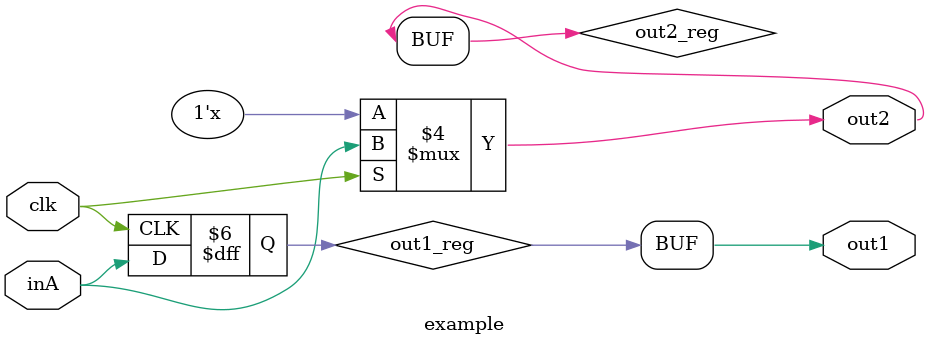
<source format=v>
`timescale 1ns / 1ps

module example (
    input wire inA,
    input wire clk,
    output wire out1,
    output wire out2
);

    reg out1_reg, out2_reg;


    always @(posedge clk) begin
        out1_reg <= inA;
    end

    always @(*) begin
        if (clk==1'b1)
           out2_reg <= inA;
    end

    assign out1 = out1_reg;
    assign out2 = out2_reg;

endmodule

</source>
